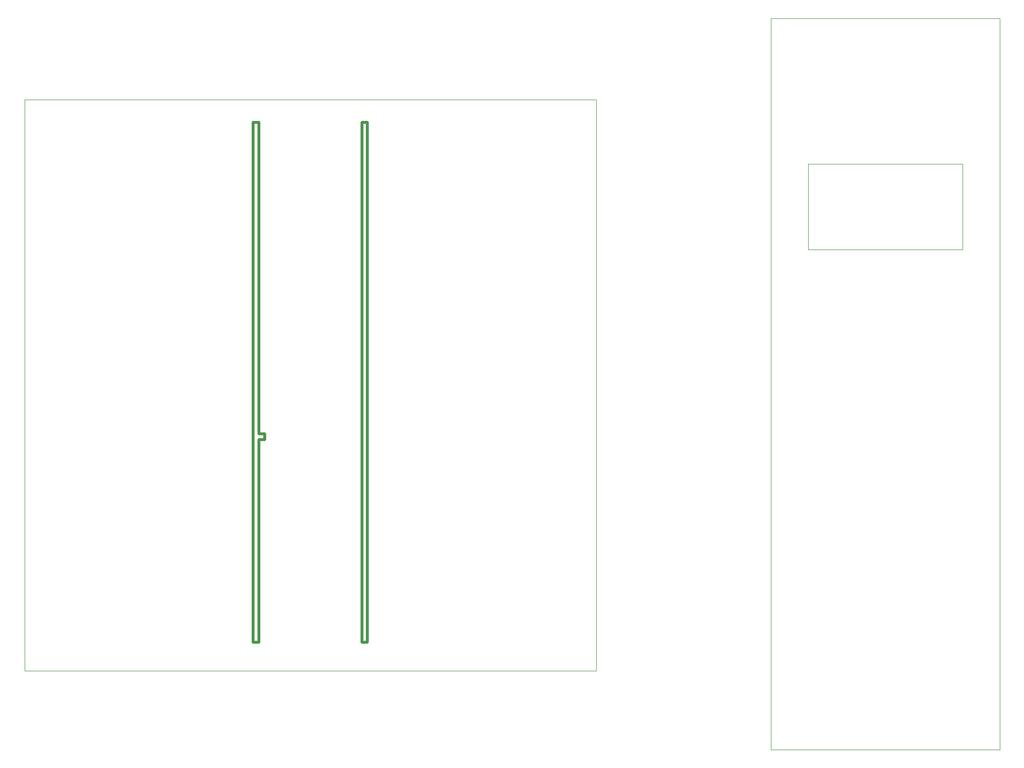
<source format=gm1>
G04 #@! TF.GenerationSoftware,KiCad,Pcbnew,(5.1.9)-1*
G04 #@! TF.CreationDate,2021-05-20T23:06:16+02:00*
G04 #@! TF.ProjectId,KicadJE_OLED_Board,4b696361-644a-4455-9f4f-4c45445f426f,Rev A*
G04 #@! TF.SameCoordinates,Original*
G04 #@! TF.FileFunction,Profile,NP*
%FSLAX46Y46*%
G04 Gerber Fmt 4.6, Leading zero omitted, Abs format (unit mm)*
G04 Created by KiCad (PCBNEW (5.1.9)-1) date 2021-05-20 23:06:16*
%MOMM*%
%LPD*%
G01*
G04 APERTURE LIST*
G04 #@! TA.AperFunction,Profile*
%ADD10C,0.500000*%
G04 #@! TD*
G04 #@! TA.AperFunction,Profile*
%ADD11C,0.050000*%
G04 #@! TD*
G04 APERTURE END LIST*
D10*
X141000000Y-145000000D02*
X141000000Y-109500000D01*
X142000000Y-108500000D02*
X142000000Y-109500000D01*
X141000000Y-109500000D02*
X142000000Y-109500000D01*
X141000000Y-108500000D02*
X142000000Y-108500000D01*
X140000000Y-145000000D02*
X141000000Y-145000000D01*
X140000000Y-54000000D02*
X140000000Y-145000000D01*
X141000000Y-54000000D02*
X140000000Y-54000000D01*
X141000000Y-108500000D02*
X141000000Y-54000000D01*
X159000000Y-145000000D02*
X160000000Y-145000000D01*
X159000000Y-54000000D02*
X159000000Y-145000000D01*
X160000000Y-54000000D02*
X159000000Y-54000000D01*
X160000000Y-145000000D02*
X160000000Y-54000000D01*
D11*
X200000000Y-50000000D02*
X100000000Y-50000000D01*
X200000000Y-150000000D02*
X100000000Y-150000000D01*
X100000000Y-150000000D02*
X100000000Y-50000000D01*
X200000000Y-150000000D02*
X200000000Y-50000000D01*
X237100000Y-76300000D02*
X237100000Y-61300000D01*
X264100000Y-76300000D02*
X237100000Y-76300000D01*
X264100000Y-61300000D02*
X264100000Y-76300000D01*
X237100000Y-61300000D02*
X264100000Y-61300000D01*
X270600000Y-35800000D02*
X270600000Y-163800000D01*
X230600000Y-35800000D02*
X270600000Y-35800000D01*
X270600000Y-163800000D02*
X230600000Y-163800000D01*
X230600000Y-163800000D02*
X230600000Y-35800000D01*
M02*

</source>
